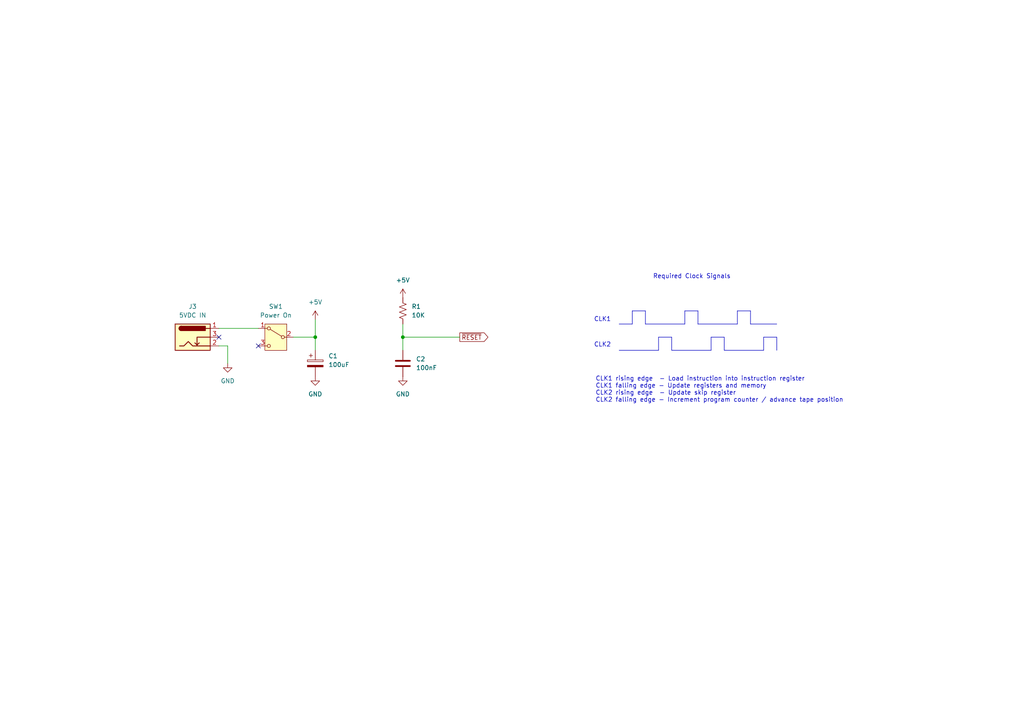
<source format=kicad_sch>
(kicad_sch (version 20231120) (generator "eeschema") (generator_version "8.0")
  (paper "A4")
  (title_block (title "UE14500 TTL 1-bit Microprocessor") (date "2025") (rev "1") (comment 1 "Copyright (c) 2025 Rhys Weatherley") (comment 3 "Power Supply and Reset"))
  (lib_symbols
    (symbol "Connector:Barrel_Jack_Switch" (pin_names hide)
      (property "Reference" "J" (at 0 5.334 0))
      (property "Value" "Barrel_Jack_Switch" (at 0 -5.08 0))
      (symbol "Barrel_Jack_Switch_0_1"
        (rectangle (start -5.08 3.81) (end 5.08 -3.81) (stroke (width 0.254)) (fill (type background)))
        (arc (start -3.302 3.175) (mid -3.9343 2.54) (end -3.302 1.905) (stroke (width 0.254)))
        (arc (start -3.302 3.175) (mid -3.9343 2.54) (end -3.302 1.905) (stroke (width 0.254)) (fill (type outline)))
        (polyline (pts (xy 1.27 -2.286) (xy 1.905 -1.651)) (stroke (width 0.254)))
        (polyline (pts (xy 5.08 2.54) (xy 3.81 2.54)) (stroke (width 0.254)))
        (polyline (pts (xy 5.08 0) (xy 1.27 0) (xy 1.27 -2.286) (xy 0.635 -1.651)) (stroke (width 0.254)))
        (polyline (pts (xy -3.81 -2.54) (xy -2.54 -2.54) (xy -1.27 -1.27) (xy 0 -2.54) (xy 2.54 -2.54) (xy 5.08 -2.54)) (stroke (width 0.254)))
        (rectangle (start 3.683 3.175) (end -3.302 1.905) (stroke (width 0.254)) (fill (type outline)))
      )
      (symbol "Barrel_Jack_Switch_1_1"
        (pin passive line (at 7.62 2.54 180) (length 2.54) (name "~") (number "1"))
        (pin passive line (at 7.62 -2.54 180) (length 2.54) (name "~") (number "2"))
        (pin passive line (at 7.62 0 180) (length 2.54) (name "~") (number "3"))
      )
    )
    (symbol "Device:C" (pin_numbers hide) (pin_names (offset 0.254))
      (property "Reference" "C" (at 0.635 2.54 0))
      (property "Value" "C" (at 0.635 -2.54 0))
      (symbol "C_0_1"
        (polyline (pts (xy -2.032 -0.762) (xy 2.032 -0.762)) (stroke (width 0.508)))
        (polyline (pts (xy -2.032 0.762) (xy 2.032 0.762)) (stroke (width 0.508)))
      )
      (symbol "C_1_1"
        (pin passive line (at 0 3.81 270) (length 2.794) (name "~") (number "1"))
        (pin passive line (at 0 -3.81 90) (length 2.794) (name "~") (number "2"))
      )
    )
    (symbol "Device:C_Polarized" (pin_numbers hide) (pin_names (offset 0.254))
      (property "Reference" "C" (at 0.635 2.54 0))
      (property "Value" "C_Polarized" (at 0.635 -2.54 0))
      (symbol "C_Polarized_0_1"
        (rectangle (start -2.286 0.508) (end 2.286 1.016))
        (polyline (pts (xy -1.778 2.286) (xy -0.762 2.286)))
        (polyline (pts (xy -1.27 2.794) (xy -1.27 1.778)))
        (rectangle (start 2.286 -0.508) (end -2.286 -1.016) (fill (type outline)))
      )
      (symbol "C_Polarized_1_1"
        (pin passive line (at 0 3.81 270) (length 2.794) (name "~") (number "1"))
        (pin passive line (at 0 -3.81 90) (length 2.794) (name "~") (number "2"))
      )
    )
    (symbol "Device:R_US" (pin_numbers hide) (pin_names (offset 0))
      (property "Reference" "R" (at 2.54 0 90))
      (property "Value" "R_US" (at -2.54 0 90))
      (symbol "R_US_0_1"
        (polyline (pts (xy 0 -2.286) (xy 0 -2.54)))
        (polyline (pts (xy 0 2.286) (xy 0 2.54)))
        (polyline (pts (xy 0 -0.762) (xy 1.016 -1.143) (xy 0 -1.524) (xy -1.016 -1.905) (xy 0 -2.286)))
        (polyline (pts (xy 0 0.762) (xy 1.016 0.381) (xy 0 0) (xy -1.016 -0.381) (xy 0 -0.762)))
        (polyline (pts (xy 0 2.286) (xy 1.016 1.905) (xy 0 1.524) (xy -1.016 1.143) (xy 0 0.762)))
      )
      (symbol "R_US_1_1"
        (pin passive line (at 0 3.81 270) (length 1.27) (name "~") (number "1"))
        (pin passive line (at 0 -3.81 90) (length 1.27) (name "~") (number "2"))
      )
    )
    (symbol "Switch:SW_SPDT" (pin_names (offset 0) hide)
      (property "Reference" "SW" (at 0 5.08 0))
      (property "Value" "SW_SPDT" (at 0 -5.08 0))
      (symbol "SW_SPDT_0_1"
        (circle (center -2.032 0) (radius 0.4572))
        (polyline (pts (xy -1.651 0.254) (xy 1.651 2.286)))
        (circle (center 2.032 -2.54) (radius 0.4572))
        (circle (center 2.032 2.54) (radius 0.4572))
      )
      (symbol "SW_SPDT_1_1"
        (rectangle (start -3.175 3.81) (end 3.175 -3.81) (fill (type background)))
        (pin passive line (at 5.08 2.54 180) (length 2.54) (name "A") (number "1"))
        (pin passive line (at -5.08 0 0) (length 2.54) (name "B") (number "2"))
        (pin passive line (at 5.08 -2.54 180) (length 2.54) (name "C") (number "3"))
      )
    )
    (symbol "power:+5V" (power) (pin_numbers hide) (pin_names (offset 0) hide)
      (property "Value" "+5V" (at 0 3.556 0))
      (symbol "+5V_0_1"
        (polyline (pts (xy -0.762 1.27) (xy 0 2.54)))
        (polyline (pts (xy 0 0) (xy 0 2.54)))
        (polyline (pts (xy 0 2.54) (xy 0.762 1.27)))
      )
      (symbol "+5V_1_1"
        (pin power_in line (at 0 0 90) (length 0) (name "~") (number "1"))
      )
    )
    (symbol "power:GND" (power) (pin_numbers hide) (pin_names (offset 0) hide)
      (property "Value" "GND" (at 0 -3.81 0))
      (symbol "GND_0_1"
        (polyline (pts (xy 0 0) (xy 0 -1.27) (xy 1.27 -1.27) (xy 0 -2.54) (xy -1.27 -1.27) (xy 0 -1.27)))
      )
      (symbol "GND_1_1"
        (pin power_in line (at 0 0 270) (length 0) (name "~") (number "1"))
      )
    )
  )
  (junction (at 116.84 97.79))
  (junction (at 91.44 97.79))
  (no_connect (at 63.5 97.79))
  (no_connect (at 74.93 100.33))
  (wire (pts (xy 66.04 105.41) (xy 66.04 100.33)))
  (polyline (pts (xy 221.488 97.79) (xy 225.298 97.79)))
  (polyline (pts (xy 206.248 101.6) (xy 206.248 97.79)))
  (polyline (pts (xy 210.058 101.6) (xy 221.488 101.6)))
  (wire (pts (xy 116.84 97.79) (xy 133.35 97.79)))
  (wire (pts (xy 91.44 97.79) (xy 91.44 101.6)))
  (polyline (pts (xy 187.198 90.17) (xy 187.198 93.98)))
  (wire (pts (xy 63.5 95.25) (xy 74.93 95.25)))
  (polyline (pts (xy 179.578 93.98) (xy 183.388 93.98)))
  (polyline (pts (xy 191.008 97.79) (xy 194.818 97.79)))
  (wire (pts (xy 85.09 97.79) (xy 91.44 97.79)))
  (polyline (pts (xy 202.438 93.98) (xy 213.868 93.98)))
  (polyline (pts (xy 179.578 101.6) (xy 191.008 101.6)))
  (polyline (pts (xy 183.388 93.98) (xy 183.388 90.17)))
  (polyline (pts (xy 217.678 90.17) (xy 217.678 93.98)))
  (polyline (pts (xy 210.058 97.79) (xy 210.058 101.6)))
  (polyline (pts (xy 194.818 101.6) (xy 206.248 101.6)))
  (polyline (pts (xy 198.628 93.98) (xy 198.628 90.17)))
  (polyline (pts (xy 213.868 93.98) (xy 213.868 90.17)))
  (wire (pts (xy 91.44 92.71) (xy 91.44 97.79)))
  (polyline (pts (xy 217.678 93.98) (xy 225.298 93.98)))
  (polyline (pts (xy 221.488 101.6) (xy 221.488 97.79)))
  (polyline (pts (xy 191.008 101.6) (xy 191.008 97.79)))
  (wire (pts (xy 116.84 97.79) (xy 116.84 101.6)))
  (polyline (pts (xy 202.438 90.17) (xy 202.438 93.98)))
  (polyline (pts (xy 213.868 90.17) (xy 217.678 90.17)))
  (polyline (pts (xy 206.248 97.79) (xy 210.058 97.79)))
  (polyline (pts (xy 183.388 90.17) (xy 187.198 90.17)))
  (wire (pts (xy 66.04 100.33) (xy 63.5 100.33)))
  (polyline (pts (xy 194.818 97.79) (xy 194.818 101.6)))
  (polyline (pts (xy 198.628 90.17) (xy 202.438 90.17)))
  (wire (pts (xy 116.84 93.98) (xy 116.84 97.79)))
  (polyline (pts (xy 225.298 97.79) (xy 225.298 101.6)))
  (polyline (pts (xy 187.198 93.98) (xy 198.628 93.98)))
  (text "CLK2" (at 174.752 100.076 0) (effects (font (size 1.27 1.27))))
  (text "CLK1" (at 174.752 92.71 0) (effects (font (size 1.27 1.27))))
  (text "CLK1 rising edge  - Load instruction into instruction register\nCLK1 falling edge - Update registers and memory\nCLK2 rising edge  - Update skip register\nCLK2 falling edge - Increment program counter / advance tape position" (at 172.72 113.03 0) (effects (font (size 1.27 1.27)) (justify left)))
  (text "Required Clock Signals" (at 200.66 80.264 0) (effects (font (size 1.27 1.27))))
  (global_label "~{RESET}" (shape output) (at 133.35 97.79 0) (property "Intersheetrefs" "${INTERSHEET_REFS}" (effects (hide yes))))
  (symbol (lib_id "power:+5V") (at 91.44 92.71 0) (unit 1)
    (property "Reference" "#PWR10" (effects (hide yes)))
    (property "Value" "+5V" (at 91.44 87.63 0))
    (property "Description" "Power symbol creates a global label with name \"+5V\"" (effects (hide yes)))
  )
  (symbol (lib_id "Connector:Barrel_Jack_Switch") (at 55.88 97.79 0) (unit 1)
    (property "Reference" "J3" (at 55.88 88.9 0))
    (property "Value" "5VDC IN" (at 55.88 91.44 0))
    (property "Footprint" "Connector_BarrelJack:BarrelJack_Horizontal" (effects (hide yes)))
    (property "Description" "DC Barrel Jack with an internal switch" (effects (hide yes)))
  )
  (symbol (lib_id "Device:R_US") (at 116.84 90.17 180) (unit 1)
    (property "Reference" "R1" (at 119.38 88.8999 0) (effects (justify right)))
    (property "Value" "10K" (at 119.38 91.4399 0) (effects (justify right)))
    (property "Footprint" "Resistor_THT:R_Axial_DIN0207_L6.3mm_D2.5mm_P10.16mm_Horizontal" (effects (hide yes)))
    (property "Description" "Resistor, US symbol" (effects (hide yes)))
  )
  (symbol (lib_id "Switch:SW_SPDT") (at 80.01 97.79 0) (mirror y) (unit 1)
    (property "Reference" "SW1" (at 80.01 88.9 0))
    (property "Value" "Power On" (at 80.01 91.44 0))
    (property "Footprint" "Button_Switch_THT:SW_Slide-03_Wuerth-WS-SLTV_10x2.5x6.4_P2.54mm" (effects (hide yes)))
    (property "Description" "Switch, single pole double throw" (effects (hide yes)))
  )
  (symbol (lib_id "power:GND") (at 116.84 109.22 0) (unit 1)
    (property "Reference" "#PWR13" (effects (hide yes)))
    (property "Value" "GND" (at 116.84 114.3 0))
    (property "Description" "Power symbol creates a global label with name \"GND\" , ground" (effects (hide yes)))
  )
  (symbol (lib_id "Device:C_Polarized") (at 91.44 105.41 0) (unit 1)
    (property "Reference" "C1" (at 95.25 103.2509 0) (effects (justify left)))
    (property "Value" "100uF" (at 95.25 105.7909 0) (effects (justify left)))
    (property "Footprint" "Capacitor_THT:CP_Radial_D6.3mm_P2.50mm" (effects (hide yes)))
    (property "Description" "Polarized capacitor" (effects (hide yes)))
  )
  (symbol (lib_id "power:+5V") (at 116.84 86.36 0) (unit 1)
    (property "Reference" "#PWR12" (effects (hide yes)))
    (property "Value" "+5V" (at 116.84 81.28 0))
    (property "Description" "Power symbol creates a global label with name \"+5V\"" (effects (hide yes)))
  )
  (symbol (lib_id "Device:C") (at 116.84 105.41 0) (unit 1)
    (property "Reference" "C2" (at 120.65 104.1399 0) (effects (justify left)))
    (property "Value" "100nF" (at 120.65 106.6799 0) (effects (justify left)))
    (property "Footprint" "Capacitor_THT:C_Disc_D5.0mm_W2.5mm_P5.00mm" (effects (hide yes)))
    (property "Description" "Unpolarized capacitor" (effects (hide yes)))
  )
  (symbol (lib_id "power:GND") (at 91.44 109.22 0) (unit 1)
    (property "Reference" "#PWR11" (effects (hide yes)))
    (property "Value" "GND" (at 91.44 114.3 0))
    (property "Description" "Power symbol creates a global label with name \"GND\" , ground" (effects (hide yes)))
  )
  (symbol (lib_id "power:GND") (at 66.04 105.41 0) (unit 1)
    (property "Reference" "#PWR9" (effects (hide yes)))
    (property "Value" "GND" (at 66.04 110.49 0))
    (property "Description" "Power symbol creates a global label with name \"GND\" , ground" (effects (hide yes)))
  )
)
</source>
